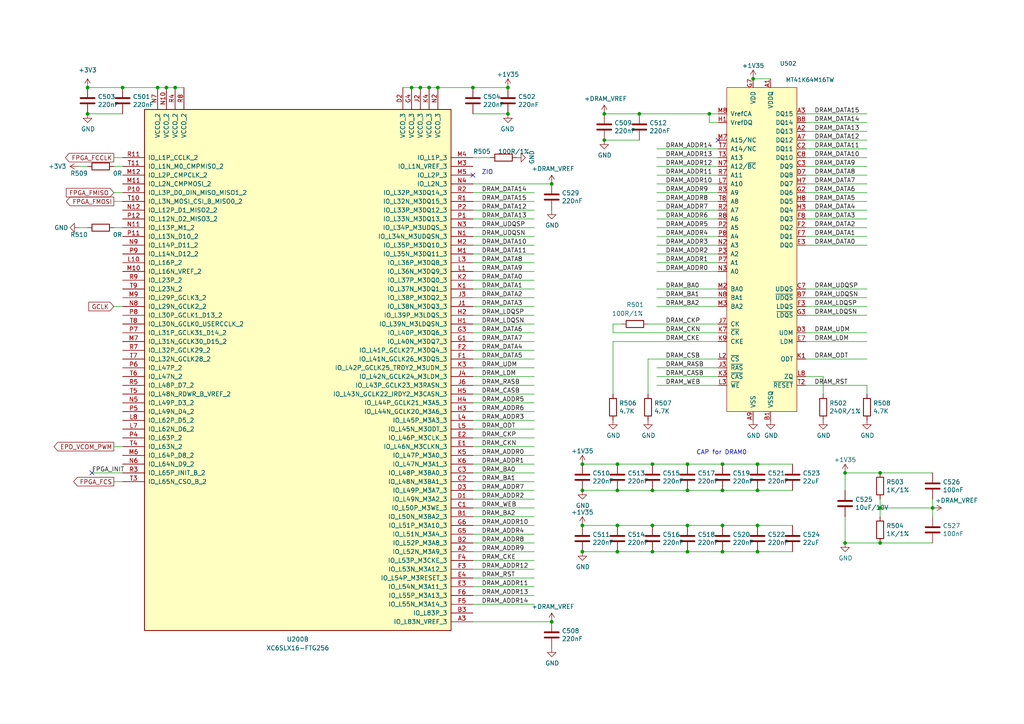
<source format=kicad_sch>
(kicad_sch (version 20230121) (generator eeschema)
  (paper "A4")
  (title_block (title "Caster EPDC") (date "2022-07-03") (rev "R0.4") (company "Copyright 2022 Modos / Engineer: Wenting Zhang"))
  (junction (at 119.38 25.4))
  (junction (at 270.51 147.32) (diameter 0.9144))
  (junction (at 179.07 142.24) (diameter 0.9144))
  (junction (at 175.26 40.64) (diameter 0.9144))
  (junction (at 189.23 134.62) (diameter 0.9144))
  (junction (at 209.55 160.02) (diameter 0.9144))
  (junction (at 218.44 22.86) (diameter 0.9144))
  (junction (at 209.55 142.24) (diameter 0.9144))
  (junction (at 199.39 142.24) (diameter 0.9144))
  (junction (at 168.91 142.24) (diameter 0.9144))
  (junction (at 35.56 25.4))
  (junction (at 50.8 25.4))
  (junction (at 199.39 160.02) (diameter 0.9144))
  (junction (at 209.55 134.62) (diameter 0.9144))
  (junction (at 255.27 157.48) (diameter 0.9144))
  (junction (at 127 25.4))
  (junction (at 168.91 160.02) (diameter 0.9144))
  (junction (at 168.91 134.62) (diameter 0.9144))
  (junction (at 45.72 25.4))
  (junction (at 219.71 134.62) (diameter 0.9144))
  (junction (at 48.26 25.4))
  (junction (at 175.26 33.02) (diameter 0.9144))
  (junction (at 255.27 137.16) (diameter 0.9144))
  (junction (at 189.23 160.02) (diameter 0.9144))
  (junction (at 245.11 137.16) (diameter 0.9144))
  (junction (at 25.4 25.4))
  (junction (at 137.16 25.4))
  (junction (at 199.39 134.62) (diameter 0.9144))
  (junction (at 219.71 142.24) (diameter 0.9144))
  (junction (at 219.71 152.4) (diameter 0.9144))
  (junction (at 147.32 33.02))
  (junction (at 147.32 25.4))
  (junction (at 25.4 33.02))
  (junction (at 160.02 53.34))
  (junction (at 179.07 160.02) (diameter 0.9144))
  (junction (at 179.07 134.62) (diameter 0.9144))
  (junction (at 189.23 142.24) (diameter 0.9144))
  (junction (at 124.46 25.4))
  (junction (at 245.11 157.48) (diameter 0.9144))
  (junction (at 179.07 152.4) (diameter 0.9144))
  (junction (at 205.74 33.02))
  (junction (at 168.91 152.4) (diameter 0.9144))
  (junction (at 121.92 25.4))
  (junction (at 219.71 160.02) (diameter 0.9144))
  (junction (at 160.02 180.34))
  (junction (at 185.42 33.02) (diameter 0.9144))
  (junction (at 189.23 152.4) (diameter 0.9144))
  (junction (at 209.55 152.4) (diameter 0.9144))
  (junction (at 255.27 147.32) (diameter 0.9144))
  (junction (at 199.39 152.4) (diameter 0.9144))
  (no_connect (at 208.28 40.64))
  (no_connect (at 137.16 50.8))
  (no_connect (at 26.67 137.16))
  (wire (pts (xy 219.71 134.62) (xy 209.55 134.62)))
  (wire (pts (xy 154.94 160.02) (xy 137.16 160.02)))
  (wire (pts (xy 154.94 73.66) (xy 137.16 73.66)))
  (wire (pts (xy 137.16 71.12) (xy 154.94 71.12)))
  (wire (pts (xy 137.16 180.34) (xy 160.02 180.34)))
  (wire (pts (xy 245.11 137.16) (xy 245.11 142.24)))
  (wire (pts (xy 251.46 88.9) (xy 233.68 88.9)))
  (wire (pts (xy 177.8 99.06) (xy 208.28 99.06)))
  (wire (pts (xy 251.46 33.02) (xy 233.68 33.02)))
  (wire (pts (xy 179.07 152.4) (xy 168.91 152.4)))
  (wire (pts (xy 154.94 132.08) (xy 137.16 132.08)))
  (wire (pts (xy 270.51 147.32) (xy 270.51 149.86)))
  (wire (pts (xy 270.51 157.48) (xy 255.27 157.48)))
  (wire (pts (xy 233.68 35.56) (xy 251.46 35.56)))
  (wire (pts (xy 137.16 152.4) (xy 154.94 152.4)))
  (wire (pts (xy 154.94 101.6) (xy 137.16 101.6)))
  (wire (pts (xy 233.68 111.76) (xy 251.46 111.76)))
  (wire (pts (xy 251.46 60.96) (xy 233.68 60.96)))
  (wire (pts (xy 190.5 109.22) (xy 208.28 109.22)))
  (wire (pts (xy 190.5 88.9) (xy 208.28 88.9)))
  (wire (pts (xy 190.5 58.42) (xy 208.28 58.42)))
  (wire (pts (xy 233.68 99.06) (xy 251.46 99.06)))
  (wire (pts (xy 208.28 71.12) (xy 190.5 71.12)))
  (wire (pts (xy 137.16 55.88) (xy 154.94 55.88)))
  (wire (pts (xy 33.02 129.54) (xy 35.56 129.54)))
  (wire (pts (xy 33.02 55.88) (xy 35.56 55.88)))
  (wire (pts (xy 33.02 66.04) (xy 35.56 66.04)))
  (wire (pts (xy 229.87 142.24) (xy 219.71 142.24)))
  (wire (pts (xy 154.94 116.84) (xy 137.16 116.84)))
  (wire (pts (xy 190.5 76.2) (xy 208.28 76.2)))
  (wire (pts (xy 190.5 45.72) (xy 208.28 45.72)))
  (wire (pts (xy 137.16 124.46) (xy 154.94 124.46)))
  (wire (pts (xy 209.55 152.4) (xy 199.39 152.4)))
  (wire (pts (xy 208.28 55.88) (xy 190.5 55.88)))
  (wire (pts (xy 233.68 38.1) (xy 251.46 38.1)))
  (wire (pts (xy 190.5 111.76) (xy 208.28 111.76)))
  (wire (pts (xy 208.28 66.04) (xy 190.5 66.04)))
  (wire (pts (xy 179.07 160.02) (xy 168.91 160.02)))
  (wire (pts (xy 229.87 134.62) (xy 219.71 134.62)))
  (wire (pts (xy 154.94 106.68) (xy 137.16 106.68)))
  (wire (pts (xy 177.8 114.3) (xy 177.8 99.06)))
  (wire (pts (xy 35.56 25.4) (xy 45.72 25.4)))
  (wire (pts (xy 45.72 25.4) (xy 48.26 25.4)))
  (wire (pts (xy 48.26 25.4) (xy 50.8 25.4)))
  (wire (pts (xy 50.8 25.4) (xy 53.34 25.4)))
  (wire (pts (xy 25.4 25.4) (xy 35.56 25.4)))
  (wire (pts (xy 154.94 162.56) (xy 137.16 162.56)))
  (wire (pts (xy 33.02 45.72) (xy 35.56 45.72)))
  (wire (pts (xy 233.68 50.8) (xy 251.46 50.8)))
  (wire (pts (xy 179.07 152.4) (xy 189.23 152.4)))
  (wire (pts (xy 137.16 127) (xy 154.94 127)))
  (wire (pts (xy 154.94 114.3) (xy 137.16 114.3)))
  (wire (pts (xy 137.16 170.18) (xy 154.94 170.18)))
  (wire (pts (xy 26.67 137.16) (xy 35.56 137.16)))
  (wire (pts (xy 175.26 33.02) (xy 185.42 33.02)))
  (wire (pts (xy 205.74 33.02) (xy 208.28 33.02)))
  (wire (pts (xy 219.71 160.02) (xy 209.55 160.02)))
  (wire (pts (xy 137.16 58.42) (xy 154.94 58.42)))
  (wire (pts (xy 154.94 175.26) (xy 137.16 175.26)))
  (wire (pts (xy 219.71 142.24) (xy 209.55 142.24)))
  (wire (pts (xy 154.94 66.04) (xy 137.16 66.04)))
  (wire (pts (xy 179.07 134.62) (xy 168.91 134.62)))
  (wire (pts (xy 154.94 93.98) (xy 137.16 93.98)))
  (wire (pts (xy 190.5 106.68) (xy 208.28 106.68)))
  (wire (pts (xy 233.68 109.22) (xy 238.76 109.22)))
  (wire (pts (xy 255.27 157.48) (xy 245.11 157.48)))
  (wire (pts (xy 154.94 91.44) (xy 137.16 91.44)))
  (wire (pts (xy 179.07 134.62) (xy 189.23 134.62)))
  (wire (pts (xy 137.16 83.82) (xy 154.94 83.82)))
  (wire (pts (xy 154.94 137.16) (xy 137.16 137.16)))
  (wire (pts (xy 137.16 129.54) (xy 154.94 129.54)))
  (wire (pts (xy 137.16 134.62) (xy 154.94 134.62)))
  (wire (pts (xy 233.68 40.64) (xy 251.46 40.64)))
  (wire (pts (xy 25.4 33.02) (xy 35.56 33.02)))
  (wire (pts (xy 255.27 147.32) (xy 270.51 147.32)))
  (wire (pts (xy 251.46 58.42) (xy 233.68 58.42)))
  (wire (pts (xy 209.55 134.62) (xy 199.39 134.62)))
  (wire (pts (xy 229.87 160.02) (xy 219.71 160.02)))
  (wire (pts (xy 208.28 50.8) (xy 190.5 50.8)))
  (wire (pts (xy 179.07 142.24) (xy 189.23 142.24)))
  (wire (pts (xy 137.16 33.02) (xy 147.32 33.02)))
  (wire (pts (xy 190.5 63.5) (xy 208.28 63.5)))
  (wire (pts (xy 137.16 111.76) (xy 154.94 111.76)))
  (wire (pts (xy 189.23 134.62) (xy 199.39 134.62)))
  (wire (pts (xy 209.55 142.24) (xy 199.39 142.24)))
  (wire (pts (xy 154.94 149.86) (xy 137.16 149.86)))
  (wire (pts (xy 233.68 53.34) (xy 251.46 53.34)))
  (wire (pts (xy 137.16 167.64) (xy 154.94 167.64)))
  (wire (pts (xy 255.27 137.16) (xy 270.51 137.16)))
  (wire (pts (xy 251.46 86.36) (xy 233.68 86.36)))
  (wire (pts (xy 177.8 96.52) (xy 208.28 96.52)))
  (wire (pts (xy 270.51 144.78) (xy 270.51 147.32)))
  (wire (pts (xy 205.74 35.56) (xy 205.74 33.02)))
  (wire (pts (xy 190.5 60.96) (xy 208.28 60.96)))
  (wire (pts (xy 251.46 43.18) (xy 233.68 43.18)))
  (wire (pts (xy 154.94 76.2) (xy 137.16 76.2)))
  (wire (pts (xy 233.68 66.04) (xy 251.46 66.04)))
  (wire (pts (xy 137.16 154.94) (xy 154.94 154.94)))
  (wire (pts (xy 187.96 114.3) (xy 187.96 104.14)))
  (wire (pts (xy 251.46 111.76) (xy 251.46 114.3)))
  (wire (pts (xy 185.42 33.02) (xy 205.74 33.02)))
  (wire (pts (xy 154.94 96.52) (xy 137.16 96.52)))
  (wire (pts (xy 189.23 152.4) (xy 199.39 152.4)))
  (wire (pts (xy 177.8 93.98) (xy 180.34 93.98)))
  (wire (pts (xy 177.8 96.52) (xy 177.8 93.98)))
  (wire (pts (xy 137.16 172.72) (xy 154.94 172.72)))
  (wire (pts (xy 251.46 104.14) (xy 233.68 104.14)))
  (wire (pts (xy 137.16 119.38) (xy 154.94 119.38)))
  (wire (pts (xy 179.07 160.02) (xy 189.23 160.02)))
  (wire (pts (xy 137.16 165.1) (xy 154.94 165.1)))
  (wire (pts (xy 22.86 66.04) (xy 25.4 66.04)))
  (wire (pts (xy 137.16 144.78) (xy 154.94 144.78)))
  (wire (pts (xy 137.16 60.96) (xy 154.94 60.96)))
  (wire (pts (xy 33.02 88.9) (xy 35.56 88.9)))
  (wire (pts (xy 137.16 86.36) (xy 154.94 86.36)))
  (wire (pts (xy 251.46 63.5) (xy 233.68 63.5)))
  (wire (pts (xy 251.46 48.26) (xy 233.68 48.26)))
  (wire (pts (xy 208.28 68.58) (xy 190.5 68.58)))
  (wire (pts (xy 208.28 53.34) (xy 190.5 53.34)))
  (wire (pts (xy 154.94 139.7) (xy 137.16 139.7)))
  (wire (pts (xy 233.68 55.88) (xy 251.46 55.88)))
  (wire (pts (xy 229.87 152.4) (xy 219.71 152.4)))
  (wire (pts (xy 251.46 45.72) (xy 233.68 45.72)))
  (wire (pts (xy 209.55 160.02) (xy 199.39 160.02)))
  (wire (pts (xy 233.68 96.52) (xy 251.46 96.52)))
  (wire (pts (xy 245.11 137.16) (xy 255.27 137.16)))
  (wire (pts (xy 137.16 109.22) (xy 154.94 109.22)))
  (wire (pts (xy 154.94 121.92) (xy 137.16 121.92)))
  (wire (pts (xy 255.27 147.32) (xy 255.27 149.86)))
  (wire (pts (xy 199.39 160.02) (xy 189.23 160.02)))
  (wire (pts (xy 137.16 53.34) (xy 160.02 53.34)))
  (wire (pts (xy 199.39 142.24) (xy 189.23 142.24)))
  (wire (pts (xy 154.94 68.58) (xy 137.16 68.58)))
  (wire (pts (xy 233.68 68.58) (xy 251.46 68.58)))
  (wire (pts (xy 33.02 48.26) (xy 35.56 48.26)))
  (wire (pts (xy 190.5 78.74) (xy 208.28 78.74)))
  (wire (pts (xy 190.5 86.36) (xy 208.28 86.36)))
  (wire (pts (xy 208.28 35.56) (xy 205.74 35.56)))
  (wire (pts (xy 208.28 48.26) (xy 190.5 48.26)))
  (wire (pts (xy 190.5 83.82) (xy 208.28 83.82)))
  (wire (pts (xy 22.86 48.26) (xy 25.4 48.26)))
  (wire (pts (xy 137.16 99.06) (xy 154.94 99.06)))
  (wire (pts (xy 154.94 147.32) (xy 137.16 147.32)))
  (wire (pts (xy 137.16 78.74) (xy 154.94 78.74)))
  (wire (pts (xy 255.27 144.78) (xy 255.27 147.32)))
  (wire (pts (xy 187.96 104.14) (xy 208.28 104.14)))
  (wire (pts (xy 233.68 71.12) (xy 251.46 71.12)))
  (wire (pts (xy 190.5 73.66) (xy 208.28 73.66)))
  (wire (pts (xy 219.71 152.4) (xy 209.55 152.4)))
  (wire (pts (xy 190.5 43.18) (xy 208.28 43.18)))
  (wire (pts (xy 251.46 83.82) (xy 233.68 83.82)))
  (wire (pts (xy 154.94 157.48) (xy 137.16 157.48)))
  (wire (pts (xy 154.94 142.24) (xy 137.16 142.24)))
  (wire (pts (xy 154.94 63.5) (xy 137.16 63.5)))
  (wire (pts (xy 127 25.4) (xy 124.46 25.4)))
  (wire (pts (xy 137.16 25.4) (xy 127 25.4)))
  (wire (pts (xy 119.38 25.4) (xy 116.84 25.4)))
  (wire (pts (xy 121.92 25.4) (xy 119.38 25.4)))
  (wire (pts (xy 124.46 25.4) (xy 121.92 25.4)))
  (wire (pts (xy 147.32 25.4) (xy 137.16 25.4)))
  (wire (pts (xy 137.16 104.14) (xy 154.94 104.14)))
  (wire (pts (xy 137.16 45.72) (xy 142.24 45.72)))
  (wire (pts (xy 218.44 22.86) (xy 223.52 22.86)))
  (wire (pts (xy 33.02 139.7) (xy 35.56 139.7)))
  (wire (pts (xy 245.11 149.86) (xy 245.11 157.48)))
  (wire (pts (xy 187.96 93.98) (xy 208.28 93.98)))
  (wire (pts (xy 33.02 58.42) (xy 35.56 58.42)))
  (wire (pts (xy 238.76 109.22) (xy 238.76 114.3)))
  (wire (pts (xy 154.94 88.9) (xy 137.16 88.9)))
  (wire (pts (xy 185.42 40.64) (xy 175.26 40.64)))
  (wire (pts (xy 137.16 81.28) (xy 154.94 81.28)))
  (wire (pts (xy 251.46 91.44) (xy 233.68 91.44)))
  (wire (pts (xy 179.07 142.24) (xy 168.91 142.24)))
  (text "ZIO" (at 139.7 50.8 0) (effects (font (size 1.27 1.27)) (justify left bottom)))
  (text "CAP for DRAM0" (at 201.93 132.08 0) (effects (font (size 1.27 1.27)) (justify left bottom)))
  (label "DRAM_DATA3" (at 236.22 63.5 0))
  (label "DRAM_ADDR2" (at 139.7 144.78 0))
  (label "DRAM_UDQSN" (at 236.22 86.36 0))
  (label "DRAM_LDM" (at 236.22 99.06 0))
  (label "DRAM_ADDR9" (at 193.04 55.88 0))
  (label "DRAM_ADDR13" (at 139.7 172.72 0))
  (label "DRAM_DATA11" (at 236.22 43.18 0))
  (label "DRAM_CKE" (at 193.04 99.06 0))
  (label "DRAM_WEB" (at 139.7 147.32 0))
  (label "DRAM_LDM" (at 139.7 109.22 0))
  (label "DRAM_DATA3" (at 139.7 88.9 0))
  (label "DRAM_DATA7" (at 236.22 53.34 0))
  (label "DRAM_WEB" (at 193.04 111.76 0))
  (label "DRAM_RASB" (at 139.7 111.76 0))
  (label "DRAM_ADDR6" (at 193.04 63.5 0))
  (label "DRAM_DATA0" (at 236.22 71.12 0))
  (label "DRAM_DATA10" (at 236.22 45.72 0))
  (label "DRAM_ADDR10" (at 139.7 152.4 0))
  (label "DRAM_ADDR11" (at 193.04 50.8 0))
  (label "DRAM_BA1" (at 193.04 86.36 0))
  (label "DRAM_ADDR2" (at 193.04 73.66 0))
  (label "DRAM_LDQSP" (at 139.7 91.44 0))
  (label "DRAM_ADDR8" (at 139.7 157.48 0))
  (label "DRAM_LDQSP" (at 236.22 88.9 0))
  (label "DRAM_ADDR14" (at 193.04 43.18 0))
  (label "DRAM_CASB" (at 193.04 109.22 0))
  (label "DRAM_RST" (at 139.7 167.64 0))
  (label "DRAM_BA2" (at 193.04 88.9 0))
  (label "DRAM_DATA15" (at 236.22 33.02 0))
  (label "DRAM_DATA2" (at 236.22 66.04 0))
  (label "DRAM_BA2" (at 139.7 149.86 0))
  (label "DRAM_UDM" (at 236.22 96.52 0))
  (label "DRAM_DATA9" (at 236.22 48.26 0))
  (label "DRAM_DATA15" (at 139.7 58.42 0))
  (label "DRAM_BA0" (at 139.7 137.16 0))
  (label "DRAM_CASB" (at 139.7 114.3 0))
  (label "DRAM_ADDR1" (at 193.04 76.2 0))
  (label "DRAM_ODT" (at 236.22 104.14 0))
  (label "DRAM_DATA6" (at 236.22 55.88 0))
  (label "DRAM_DATA5" (at 139.7 104.14 0))
  (label "DRAM_DATA9" (at 139.7 78.74 0))
  (label "DRAM_DATA1" (at 236.22 68.58 0))
  (label "DRAM_UDM" (at 139.7 106.68 0))
  (label "DRAM_ADDR7" (at 193.04 60.96 0))
  (label "DRAM_RST" (at 236.22 111.76 0))
  (label "DRAM_DATA13" (at 236.22 38.1 0))
  (label "DRAM_DATA12" (at 236.22 40.64 0))
  (label "DRAM_CKN" (at 139.7 129.54 0))
  (label "DRAM_ADDR7" (at 139.7 142.24 0))
  (label "DRAM_ADDR6" (at 139.7 119.38 0))
  (label "FPGA_INIT" (at 26.67 137.16 0))
  (label "DRAM_UDQSN" (at 139.7 68.58 0))
  (label "DRAM_ADDR9" (at 139.7 160.02 0))
  (label "DRAM_DATA6" (at 139.7 96.52 0))
  (label "DRAM_ADDR14" (at 139.7 175.26 0))
  (label "DRAM_LDQSN" (at 236.22 91.44 0))
  (label "DRAM_ADDR8" (at 193.04 58.42 0))
  (label "DRAM_DATA14" (at 236.22 35.56 0))
  (label "DRAM_ADDR5" (at 139.7 116.84 0))
  (label "DRAM_ADDR3" (at 193.04 71.12 0))
  (label "DRAM_DATA14" (at 139.7 55.88 0))
  (label "DRAM_CSB" (at 193.04 104.14 0))
  (label "DRAM_DATA1" (at 139.7 83.82 0))
  (label "DRAM_DATA4" (at 139.7 101.6 0))
  (label "DRAM_BA1" (at 139.7 139.7 0))
  (label "DRAM_DATA5" (at 236.22 58.42 0))
  (label "DRAM_DATA4" (at 236.22 60.96 0))
  (label "DRAM_ADDR5" (at 193.04 66.04 0))
  (label "DRAM_RASB" (at 193.04 106.68 0))
  (label "DRAM_DATA13" (at 139.7 63.5 0))
  (label "DRAM_ADDR0" (at 139.7 132.08 0))
  (label "DRAM_ADDR1" (at 139.7 134.62 0))
  (label "DRAM_UDQSP" (at 236.22 83.82 0))
  (label "DRAM_ODT" (at 139.7 124.46 0))
  (label "DRAM_CKN" (at 193.04 96.52 0))
  (label "DRAM_ADDR10" (at 193.04 53.34 0))
  (label "DRAM_DATA8" (at 236.22 50.8 0))
  (label "DRAM_ADDR4" (at 193.04 68.58 0))
  (label "DRAM_BA0" (at 193.04 83.82 0))
  (label "DRAM_DATA12" (at 139.7 60.96 0))
  (label "DRAM_CKE" (at 139.7 162.56 0))
  (label "DRAM_UDQSP" (at 139.7 66.04 0))
  (label "DRAM_LDQSN" (at 139.7 93.98 0))
  (label "DRAM_DATA10" (at 139.7 71.12 0))
  (label "DRAM_ADDR13" (at 193.04 45.72 0))
  (label "DRAM_ADDR4" (at 139.7 154.94 0))
  (label "DRAM_CKP" (at 193.04 93.98 0))
  (label "DRAM_ADDR0" (at 193.04 78.74 0))
  (label "DRAM_ADDR3" (at 139.7 121.92 0))
  (label "DRAM_DATA11" (at 139.7 73.66 0))
  (label "DRAM_DATA0" (at 139.7 81.28 0))
  (label "DRAM_ADDR12" (at 193.04 48.26 0))
  (label "DRAM_ADDR12" (at 139.7 165.1 0))
  (label "DRAM_DATA8" (at 139.7 76.2 0))
  (label "DRAM_DATA7" (at 139.7 99.06 0))
  (label "DRAM_CKP" (at 139.7 127 0))
  (label "DRAM_DATA2" (at 139.7 86.36 0))
  (label "DRAM_ADDR11" (at 139.7 170.18 0))
  (global_label "FPGA_FCS" (shape output) (at 33.02 139.7 180) (property "Intersheetrefs" "${INTERSHEET_REFS}" (effects hide)))
  (global_label "GCLK" (shape input) (at 33.02 88.9 180) (property "Intersheetrefs" "${INTERSHEET_REFS}" (effects hide)))
  (global_label "FPGA_FCCLK" (shape output) (at 33.02 45.72 180) (property "Intersheetrefs" "${INTERSHEET_REFS}" (effects hide)))
  (global_label "EPD_VCOM_PWM" (shape output) (at 33.02 129.54 180) (property "Intersheetrefs" "${INTERSHEET_REFS}" (effects hide)))
  (global_label "FPGA_FMISO" (shape input) (at 33.02 55.88 180) (property "Intersheetrefs" "${INTERSHEET_REFS}" (effects hide)))
  (global_label "FPGA_FMOSI" (shape output) (at 33.02 58.42 180) (property "Intersheetrefs" "${INTERSHEET_REFS}" (effects hide)))
  (symbol (lib_id "power:GND") (at 149.86 45.72 90) (unit 1)
    (property "Reference" "#PWR0520" (effects hide))
    (property "Value" "GND" (at 154.2542 45.593 0))
  )
  (symbol (lib_id "Device:C") (at 229.87 156.21 0) (unit 1)
    (property "Reference" "C524" (at 232.791 155.0416 0) (effects (justify left)))
    (property "Value" "22uF" (at 232.791 157.353 0) (effects (justify left)))
    (property "Footprint" "Capacitor_SMD:C_0603_1608Metric" (effects hide))
    (property "LCSC" "C94018" (effects hide))
    (property "Ref.Price" "0.0301" (effects hide))
  )
  (symbol (lib_id "Device:C") (at 35.56 29.21 0) (unit 1)
    (property "Reference" "C501" (at 38.481 28.0416 0) (effects (justify left)))
    (property "Value" "220nF" (at 38.481 30.353 0) (effects (justify left)))
    (property "Footprint" "Capacitor_SMD:C_0402_1005Metric" (effects hide))
    (property "LCSC" "C880414" (effects hide))
    (property "Ref.Price" "0.0036" (effects hide))
  )
  (symbol (lib_id "power:+1V35") (at 168.91 134.62 0) (unit 1)
    (property "Reference" "#PWR0509" (effects hide))
    (property "Value" "+1V35" (at 168.91 130.81 0))
  )
  (symbol (lib_id "Device:R") (at 184.15 93.98 90) (unit 1)
    (property "Reference" "R501" (at 186.7916 88.392 90) (effects (justify left)))
    (property "Value" "100R/1%" (at 186.563 90.932 90) (effects (justify left)))
    (property "Footprint" "Resistor_SMD:R_0402_1005Metric" (effects hide))
    (property "LCSC" "C114877" (effects hide))
    (property "Ref.Price" "0.001" (effects hide))
  )
  (symbol (lib_id "power:+3V3") (at 25.4 25.4 0) (unit 1)
    (property "Reference" "#PWR0501" (effects hide))
    (property "Value" "+3V3" (at 25.4 20.32 0))
  )
  (symbol (lib_id "Device:C") (at 185.42 36.83 0) (unit 1)
    (property "Reference" "C512" (at 188.341 35.6616 0) (effects (justify left)))
    (property "Value" "220nF" (at 188.341 37.973 0) (effects (justify left)))
    (property "Footprint" "Capacitor_SMD:C_0402_1005Metric" (effects hide))
    (property "LCSC" "C880414" (effects hide))
    (property "Ref.Price" "0.0036" (effects hide))
  )
  (symbol (lib_id "Device:C") (at 168.91 156.21 0) (unit 1)
    (property "Reference" "C511" (at 171.831 155.0416 0) (effects (justify left)))
    (property "Value" "220nF" (at 171.831 157.353 0) (effects (justify left)))
    (property "Footprint" "Capacitor_SMD:C_0402_1005Metric" (effects hide))
    (property "LCSC" "C880414" (effects hide))
    (property "Ref.Price" "0.0036" (effects hide))
  )
  (symbol (lib_id "Device:C") (at 179.07 156.21 0) (unit 1)
    (property "Reference" "C514" (at 181.991 155.0416 0) (effects (justify left)))
    (property "Value" "220nF" (at 181.991 157.353 0) (effects (justify left)))
    (property "Footprint" "Capacitor_SMD:C_0402_1005Metric" (effects hide))
    (property "LCSC" "C880414" (effects hide))
    (property "Ref.Price" "0.0036" (effects hide))
  )
  (symbol (lib_id "power:+1V35") (at 147.32 25.4 0) (mirror y) (unit 1)
    (property "Reference" "#PWR0503" (effects hide))
    (property "Value" "+1V35" (at 147.32 21.59 0))
  )
  (symbol (lib_id "Device:R") (at 255.27 153.67 0) (unit 1)
    (property "Reference" "R504" (at 257.048 152.5016 0) (effects (justify left)))
    (property "Value" "1K/1%" (at 257.048 154.813 0) (effects (justify left)))
    (property "Footprint" "Resistor_SMD:R_0402_1005Metric" (effects hide))
    (property "LCSC" "C226693" (effects hide))
    (property "Ref.Price" "0.0025" (effects hide))
  )
  (symbol (lib_id "power:GND") (at 168.91 160.02 0) (unit 1)
    (property "Reference" "#PWR0512" (effects hide))
    (property "Value" "GND" (at 169.037 164.4142 0))
  )
  (symbol (lib_id "power:+3V3") (at 22.86 48.26 90) (unit 1)
    (property "Reference" "#PWR0142" (effects hide))
    (property "Value" "+3V3" (at 13.97 48.2599 90) (effects (justify right)))
  )
  (symbol (lib_id "Device:C") (at 270.51 140.97 0) (unit 1)
    (property "Reference" "C526" (at 273.431 139.8016 0) (effects (justify left)))
    (property "Value" "100nF" (at 273.431 142.113 0) (effects (justify left)))
    (property "Footprint" "Capacitor_SMD:C_0402_1005Metric" (effects hide))
    (property "LCSC" "C56392" (effects hide))
    (property "Ref.Price" "0.0023" (effects hide))
  )
  (symbol (lib_id "symbols:+DRAM_VREF") (at 160.02 180.34 0) (unit 1)
    (property "Reference" "#PWR0505" (effects hide))
    (property "Value" "+DRAM_VREF" (at 160.401 175.9458 0))
  )
  (symbol (lib_id "symbols:+DRAM_VREF") (at 160.02 53.34 0) (unit 1)
    (property "Reference" "#PWR0138" (effects hide))
    (property "Value" "+DRAM_VREF" (at 160.401 48.9458 0))
  )
  (symbol (lib_id "Device:R") (at 238.76 118.11 0) (unit 1)
    (property "Reference" "R502" (at 240.538 116.9416 0) (effects (justify left)))
    (property "Value" "240R/1%" (at 240.538 119.253 0) (effects (justify left)))
    (property "Footprint" "Resistor_SMD:R_0402_1005Metric" (effects hide))
    (property "LCSC" "C114755" (effects hide))
    (property "Ref.Price" "0.0009" (effects hide))
  )
  (symbol (lib_id "power:GND") (at 160.02 187.96 0) (unit 1)
    (property "Reference" "#PWR0506" (effects hide))
    (property "Value" "GND" (at 160.147 192.3542 0))
  )
  (symbol (lib_id "power:GND") (at 245.11 157.48 0) (unit 1)
    (property "Reference" "#PWR0518" (effects hide))
    (property "Value" "GND" (at 245.237 161.8742 0))
  )
  (symbol (lib_id "symbols:MT41K256M16HA") (at 220.98 22.86 0) (unit 1)
    (property "Reference" "U502" (at 228.6 18.415 0) (effects (font (size 1.1938 1.1938))))
    (property "Value" "MT41K64M16TW" (at 234.95 23.1648 0) (effects (font (size 1.1938 1.1938))))
    (property "Footprint" "footprints:BGA-96_9.0x14.0mm_P0.8mm" (effects hide))
    (property "LCSC" "C524855" (effects hide))
    (property "Ref.Price" "3.2405" (effects hide))
  )
  (symbol (lib_id "power:GND") (at 223.52 121.92 0) (unit 1)
    (property "Reference" "#PWR0515" (effects hide))
    (property "Value" "GND" (at 223.647 126.3142 0))
  )
  (symbol (lib_id "power:GND") (at 187.96 121.92 0) (unit 1)
    (property "Reference" "#PWR0522" (effects hide))
    (property "Value" "GND" (at 188.087 126.3142 0))
  )
  (symbol (lib_id "Device:R") (at 29.21 48.26 90) (unit 1)
    (property "Reference" "R509" (at 25.5016 50.292 90) (effects (justify left)))
    (property "Value" "0R" (at 35.433 50.292 90) (effects (justify left)))
    (property "Footprint" "Resistor_SMD:R_0402_1005Metric" (effects hide))
    (property "LCSC" "C105870" (effects hide))
    (property "Ref.Price" "0.0006" (effects hide))
  )
  (symbol (lib_id "Device:C") (at 147.32 29.21 0) (unit 1)
    (property "Reference" "C502" (at 150.241 28.0416 0) (effects (justify left)))
    (property "Value" "220nF" (at 150.241 30.353 0) (effects (justify left)))
    (property "Footprint" "Capacitor_SMD:C_0402_1005Metric" (effects hide))
    (property "LCSC" "C880414" (effects hide))
    (property "Ref.Price" "0.0036" (effects hide))
  )
  (symbol (lib_id "Device:C") (at 168.91 138.43 0) (unit 1)
    (property "Reference" "C510" (at 171.831 137.2616 0) (effects (justify left)))
    (property "Value" "220nF" (at 171.831 139.573 0) (effects (justify left)))
    (property "Footprint" "Capacitor_SMD:C_0402_1005Metric" (effects hide))
    (property "LCSC" "C880414" (effects hide))
    (property "Ref.Price" "0.0036" (effects hide))
  )
  (symbol (lib_id "Device:C") (at 160.02 57.15 0) (unit 1)
    (property "Reference" "C529" (at 162.941 55.9816 0) (effects (justify left)))
    (property "Value" "220nF" (at 162.941 58.293 0) (effects (justify left)))
    (property "Footprint" "Capacitor_SMD:C_0402_1005Metric" (effects hide))
    (property "LCSC" "C880414" (effects hide))
    (property "Ref.Price" "0.0036" (effects hide))
  )
  (symbol (lib_id "Device:R") (at 29.21 66.04 90) (unit 1)
    (property "Reference" "R510" (at 25.5016 68.072 90) (effects (justify left)))
    (property "Value" "0R" (at 35.433 68.072 90) (effects (justify left)))
    (property "Footprint" "Resistor_SMD:R_0402_1005Metric" (effects hide))
    (property "LCSC" "C105870" (effects hide))
    (property "Ref.Price" "0.0006" (effects hide))
  )
  (symbol (lib_id "power:GND") (at 160.02 60.96 0) (unit 1)
    (property "Reference" "#PWR0139" (effects hide))
    (property "Value" "GND" (at 160.147 65.3542 0))
  )
  (symbol (lib_id "power:GND") (at 218.44 121.92 0) (unit 1)
    (property "Reference" "#PWR0514" (effects hide))
    (property "Value" "GND" (at 218.567 126.3142 0))
  )
  (symbol (lib_id "power:+1V35") (at 218.44 22.86 0) (unit 1)
    (property "Reference" "#PWR0513" (effects hide))
    (property "Value" "+1V35" (at 218.44 19.05 0))
  )
  (symbol (lib_id "Device:C") (at 175.26 36.83 0) (unit 1)
    (property "Reference" "C509" (at 178.181 35.6616 0) (effects (justify left)))
    (property "Value" "220nF" (at 178.181 37.973 0) (effects (justify left)))
    (property "Footprint" "Capacitor_SMD:C_0402_1005Metric" (effects hide))
    (property "LCSC" "C880414" (effects hide))
    (property "Ref.Price" "0.0036" (effects hide))
  )
  (symbol (lib_id "Device:C") (at 137.16 29.21 0) (unit 1)
    (property "Reference" "C504" (at 140.081 28.0416 0) (effects (justify left)))
    (property "Value" "220nF" (at 140.081 30.353 0) (effects (justify left)))
    (property "Footprint" "Capacitor_SMD:C_0402_1005Metric" (effects hide))
    (property "LCSC" "C880414" (effects hide))
    (property "Ref.Price" "0.0036" (effects hide))
  )
  (symbol (lib_id "Device:R") (at 146.05 45.72 90) (unit 1)
    (property "Reference" "R505" (at 142.3416 43.942 90) (effects (justify left)))
    (property "Value" "100R/1%" (at 153.543 43.942 90) (effects (justify left)))
    (property "Footprint" "Resistor_SMD:R_0402_1005Metric" (effects hide))
    (property "LCSC" "C106232" (effects hide))
    (property "Ref.Price" "0.0007" (effects hide))
  )
  (symbol (lib_id "power:GND") (at 22.86 66.04 270) (unit 1)
    (property "Reference" "#PWR0486" (effects hide))
    (property "Value" "GND" (at 17.78 66.04 90))
  )
  (symbol (lib_id "Device:R") (at 177.8 118.11 0) (unit 1)
    (property "Reference" "R506" (at 179.578 116.9416 0) (effects (justify left)))
    (property "Value" "4.7K" (at 179.578 119.253 0) (effects (justify left)))
    (property "Footprint" "Resistor_SMD:R_0402_1005Metric" (effects hide))
    (property "LCSC" "C105870" (effects hide))
    (property "Ref.Price" "0.0006" (effects hide))
  )
  (symbol (lib_id "Device:C") (at 25.4 29.21 0) (unit 1)
    (property "Reference" "C503" (at 28.321 28.0416 0) (effects (justify left)))
    (property "Value" "220nF" (at 28.321 30.353 0) (effects (justify left)))
    (property "Footprint" "Capacitor_SMD:C_0402_1005Metric" (effects hide))
    (property "LCSC" "C880414" (effects hide))
    (property "Ref.Price" "0.0036" (effects hide))
  )
  (symbol (lib_id "power:+1V35") (at 168.91 152.4 0) (unit 1)
    (property "Reference" "#PWR0511" (effects hide))
    (property "Value" "+1V35" (at 168.91 148.59 0))
  )
  (symbol (lib_id "Device:C") (at 219.71 156.21 0) (unit 1)
    (property "Reference" "C522" (at 222.631 155.0416 0) (effects (justify left)))
    (property "Value" "220nF" (at 222.631 157.353 0) (effects (justify left)))
    (property "Footprint" "Capacitor_SMD:C_0402_1005Metric" (effects hide))
    (property "LCSC" "C880414" (effects hide))
    (property "Ref.Price" "0.0036" (effects hide))
  )
  (symbol (lib_id "power:GND") (at 251.46 121.92 0) (unit 1)
    (property "Reference" "#PWR0523" (effects hide))
    (property "Value" "GND" (at 251.587 126.3142 0))
  )
  (symbol (lib_id "power:GND") (at 147.32 33.02 0) (mirror y) (unit 1)
    (property "Reference" "#PWR0504" (effects hide))
    (property "Value" "GND" (at 147.193 37.4142 0))
  )
  (symbol (lib_id "Device:C") (at 209.55 156.21 0) (unit 1)
    (property "Reference" "C520" (at 212.471 155.0416 0) (effects (justify left)))
    (property "Value" "220nF" (at 212.471 157.353 0) (effects (justify left)))
    (property "Footprint" "Capacitor_SMD:C_0402_1005Metric" (effects hide))
    (property "LCSC" "C880414" (effects hide))
    (property "Ref.Price" "0.0036" (effects hide))
  )
  (symbol (lib_id "Device:C") (at 160.02 184.15 0) (unit 1)
    (property "Reference" "C508" (at 162.941 182.9816 0) (effects (justify left)))
    (property "Value" "220nF" (at 162.941 185.293 0) (effects (justify left)))
    (property "Footprint" "Capacitor_SMD:C_0402_1005Metric" (effects hide))
    (property "LCSC" "C880414" (effects hide))
    (property "Ref.Price" "0.0036" (effects hide))
  )
  (symbol (lib_id "Device:C") (at 229.87 138.43 0) (unit 1)
    (property "Reference" "C523" (at 232.791 137.2616 0) (effects (justify left)))
    (property "Value" "22uF" (at 232.791 139.573 0) (effects (justify left)))
    (property "Footprint" "Capacitor_SMD:C_0603_1608Metric" (effects hide))
    (property "LCSC" "C94018" (effects hide))
    (property "Ref.Price" "0.0301" (effects hide))
  )
  (symbol (lib_id "power:GND") (at 168.91 142.24 0) (unit 1)
    (property "Reference" "#PWR0510" (effects hide))
    (property "Value" "GND" (at 169.037 146.6342 0))
  )
  (symbol (lib_id "Device:C") (at 179.07 138.43 0) (unit 1)
    (property "Reference" "C513" (at 181.991 137.2616 0) (effects (justify left)))
    (property "Value" "220nF" (at 181.991 139.573 0) (effects (justify left)))
    (property "Footprint" "Capacitor_SMD:C_0402_1005Metric" (effects hide))
    (property "LCSC" "C880414" (effects hide))
    (property "Ref.Price" "0.0036" (effects hide))
  )
  (symbol (lib_id "power:GND") (at 25.4 33.02 0) (unit 1)
    (property "Reference" "#PWR0502" (effects hide))
    (property "Value" "GND" (at 25.527 37.4142 0))
  )
  (symbol (lib_id "Device:C") (at 199.39 138.43 0) (unit 1)
    (property "Reference" "C517" (at 202.311 137.2616 0) (effects (justify left)))
    (property "Value" "220nF" (at 202.311 139.573 0) (effects (justify left)))
    (property "Footprint" "Capacitor_SMD:C_0402_1005Metric" (effects hide))
    (property "LCSC" "C880414" (effects hide))
    (property "Ref.Price" "0.0036" (effects hide))
  )
  (symbol (lib_id "Device:C") (at 209.55 138.43 0) (unit 1)
    (property "Reference" "C519" (at 212.471 137.2616 0) (effects (justify left)))
    (property "Value" "220nF" (at 212.471 139.573 0) (effects (justify left)))
    (property "Footprint" "Capacitor_SMD:C_0402_1005Metric" (effects hide))
    (property "LCSC" "C880414" (effects hide))
    (property "Ref.Price" "0.0036" (effects hide))
  )
  (symbol (lib_id "power:GND") (at 175.26 40.64 0) (unit 1)
    (property "Reference" "#PWR0508" (effects hide))
    (property "Value" "GND" (at 175.387 45.0342 0))
  )
  (symbol (lib_id "Device:C") (at 199.39 156.21 0) (unit 1)
    (property "Reference" "C518" (at 202.311 155.0416 0) (effects (justify left)))
    (property "Value" "220nF" (at 202.311 157.353 0) (effects (justify left)))
    (property "Footprint" "Capacitor_SMD:C_0402_1005Metric" (effects hide))
    (property "LCSC" "C880414" (effects hide))
    (property "Ref.Price" "0.0036" (effects hide))
  )
  (symbol (lib_id "Device:C") (at 245.11 146.05 0) (unit 1)
    (property "Reference" "C525" (at 248.031 144.8816 0) (effects (justify left)))
    (property "Value" "10uF/10V" (at 248.031 147.193 0) (effects (justify left)))
    (property "Footprint" "Capacitor_SMD:C_0805_2012Metric" (effects hide))
    (property "LCSC" "C105490" (effects hide))
    (property "Ref.Price" "0.0165" (effects hide))
  )
  (symbol (lib_id "Device:R") (at 187.96 118.11 0) (unit 1)
    (property "Reference" "R507" (at 189.738 116.9416 0) (effects (justify left)))
    (property "Value" "4.7K" (at 189.738 119.253 0) (effects (justify left)))
    (property "Footprint" "Resistor_SMD:R_0402_1005Metric" (effects hide))
    (property "LCSC" "C105870" (effects hide))
    (property "Ref.Price" "0.0006" (effects hide))
  )
  (symbol (lib_id "Device:C") (at 270.51 153.67 0) (unit 1)
    (property "Reference" "C527" (at 273.431 152.5016 0) (effects (justify left)))
    (property "Value" "100nF" (at 273.431 154.813 0) (effects (justify left)))
    (property "Footprint" "Capacitor_SMD:C_0402_1005Metric" (effects hide))
    (property "LCSC" "C56392" (effects hide))
    (property "Ref.Price" "0.0023" (effects hide))
  )
  (symbol (lib_id "Device:C") (at 219.71 138.43 0) (unit 1)
    (property "Reference" "C521" (at 222.631 137.2616 0) (effects (justify left)))
    (property "Value" "220nF" (at 222.631 139.573 0) (effects (justify left)))
    (property "Footprint" "Capacitor_SMD:C_0402_1005Metric" (effects hide))
    (property "LCSC" "C880414" (effects hide))
    (property "Ref.Price" "0.0036" (effects hide))
  )
  (symbol (lib_id "symbols:+DRAM_VREF") (at 270.51 147.32 270) (unit 1)
    (property "Reference" "#PWR0519" (effects hide))
    (property "Value" "+DRAM_VREF" (at 277.4442 145.161 90))
  )
  (symbol (lib_id "Device:R") (at 251.46 118.11 0) (unit 1)
    (property "Reference" "R508" (at 253.238 116.9416 0) (effects (justify left)))
    (property "Value" "4.7K" (at 253.238 119.253 0) (effects (justify left)))
    (property "Footprint" "Resistor_SMD:R_0402_1005Metric" (effects hide))
    (property "LCSC" "C105870" (effects hide))
    (property "Ref.Price" "0.0006" (effects hide))
  )
  (symbol (lib_id "Device:R") (at 255.27 140.97 0) (unit 1)
    (property "Reference" "R503" (at 257.048 139.8016 0) (effects (justify left)))
    (property "Value" "1K/1%" (at 257.048 142.113 0) (effects (justify left)))
    (property "Footprint" "Resistor_SMD:R_0402_1005Metric" (effects hide))
    (property "LCSC" "C226693" (effects hide))
    (property "Ref.Price" "0.0025" (effects hide))
  )
  (symbol (lib_id "Device:C") (at 189.23 138.43 0) (unit 1)
    (property "Reference" "C515" (at 192.151 137.2616 0) (effects (justify left)))
    (property "Value" "220nF" (at 192.151 139.573 0) (effects (justify left)))
    (property "Footprint" "Capacitor_SMD:C_0402_1005Metric" (effects hide))
    (property "LCSC" "C880414" (effects hide))
    (property "Ref.Price" "0.0036" (effects hide))
  )
  (symbol (lib_id "power:+1V35") (at 245.11 137.16 0) (unit 1)
    (property "Reference" "#PWR0517" (effects hide))
    (property "Value" "+1V35" (at 245.11 133.35 0))
  )
  (symbol (lib_id "FPGA_Xilinx_Spartan6:XC6SLX16-FTG256") (at 86.36 104.14 0) (unit 2)
    (property "Reference" "U200" (at 86.36 185.42 0))
    (property "Value" "XC6SLX16-FTG256" (at 86.36 187.96 0))
    (property "Footprint" "footprints:Xilinx_FTG256" (effects hide))
    (property "LCSC" "C39313" (effects hide))
    (property "Ref.Price" "7.4837" (effects hide))
  )
  (symbol (lib_id "power:GND") (at 238.76 121.92 0) (unit 1)
    (property "Reference" "#PWR0516" (effects hide))
    (property "Value" "GND" (at 238.887 126.3142 0))
  )
  (symbol (lib_id "power:GND") (at 177.8 121.92 0) (unit 1)
    (property "Reference" "#PWR0521" (effects hide))
    (property "Value" "GND" (at 177.927 126.3142 0))
  )
  (symbol (lib_id "Device:C") (at 189.23 156.21 0) (unit 1)
    (property "Reference" "C516" (at 192.151 155.0416 0) (effects (justify left)))
    (property "Value" "220nF" (at 192.151 157.353 0) (effects (justify left)))
    (property "Footprint" "Capacitor_SMD:C_0402_1005Metric" (effects hide))
    (property "LCSC" "C880414" (effects hide))
    (property "Ref.Price" "0.0036" (effects hide))
  )
  (symbol (lib_id "symbols:+DRAM_VREF") (at 175.26 33.02 0) (unit 1)
    (property "Reference" "#PWR0507" (effects hide))
    (property "Value" "+DRAM_VREF" (at 175.641 28.6258 0))
  )
)
</source>
